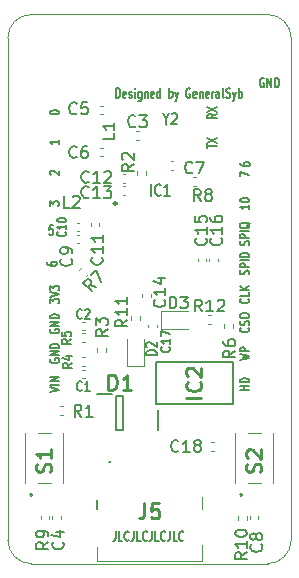
<source format=gbr>
%TF.GenerationSoftware,KiCad,Pcbnew,(6.0.9)*%
%TF.CreationDate,2023-03-12T14:29:19+01:00*%
%TF.ProjectId,ESP32-C3 Devboard,45535033-322d-4433-9320-446576626f61,rev?*%
%TF.SameCoordinates,Original*%
%TF.FileFunction,Legend,Top*%
%TF.FilePolarity,Positive*%
%FSLAX46Y46*%
G04 Gerber Fmt 4.6, Leading zero omitted, Abs format (unit mm)*
G04 Created by KiCad (PCBNEW (6.0.9)) date 2023-03-12 14:29:19*
%MOMM*%
%LPD*%
G01*
G04 APERTURE LIST*
%TA.AperFunction,Profile*%
%ADD10C,0.100000*%
%TD*%
%ADD11C,0.150000*%
%ADD12C,0.254000*%
%ADD13C,0.200000*%
%ADD14C,0.120000*%
%ADD15C,0.100000*%
%ADD16C,0.250000*%
G04 APERTURE END LIST*
D10*
X112460000Y-89500000D02*
G75*
G03*
X114460000Y-91500000I2000000J0D01*
G01*
X134460000Y-45000000D02*
X114460000Y-45000000D01*
X112460000Y-47000000D02*
X112460000Y-89500000D01*
X114460000Y-91500000D02*
X134460000Y-91500000D01*
X136460000Y-89500000D02*
X136460000Y-47000000D01*
X134460000Y-91500000D02*
G75*
G03*
X136460000Y-89500000I0J2000000D01*
G01*
X114460000Y-45000000D02*
G75*
G03*
X112460000Y-47000000I0J-2000000D01*
G01*
X136460000Y-47000000D02*
G75*
G03*
X134460000Y-45000000I-2000000J0D01*
G01*
D11*
X116821904Y-55628571D02*
X116821904Y-55971428D01*
X116821904Y-55800000D02*
X116021904Y-55800000D01*
X116136190Y-55857142D01*
X116212380Y-55914285D01*
X116250476Y-55971428D01*
X116021904Y-61200000D02*
X116021904Y-60828571D01*
X116326666Y-61028571D01*
X116326666Y-60942857D01*
X116364761Y-60885714D01*
X116402857Y-60857142D01*
X116479047Y-60828571D01*
X116669523Y-60828571D01*
X116745714Y-60857142D01*
X116783809Y-60885714D01*
X116821904Y-60942857D01*
X116821904Y-61114285D01*
X116783809Y-61171428D01*
X116745714Y-61200000D01*
X115821904Y-65985714D02*
X115821904Y-66100000D01*
X115860000Y-66157142D01*
X115898095Y-66185714D01*
X116012380Y-66242857D01*
X116164761Y-66271428D01*
X116469523Y-66271428D01*
X116545714Y-66242857D01*
X116583809Y-66214285D01*
X116621904Y-66157142D01*
X116621904Y-66042857D01*
X116583809Y-65985714D01*
X116545714Y-65957142D01*
X116469523Y-65928571D01*
X116279047Y-65928571D01*
X116202857Y-65957142D01*
X116164761Y-65985714D01*
X116126666Y-66042857D01*
X116126666Y-66157142D01*
X116164761Y-66214285D01*
X116202857Y-66242857D01*
X116279047Y-66271428D01*
X116060000Y-74157142D02*
X116021904Y-74214285D01*
X116021904Y-74300000D01*
X116060000Y-74385714D01*
X116136190Y-74442857D01*
X116212380Y-74471428D01*
X116364761Y-74500000D01*
X116479047Y-74500000D01*
X116631428Y-74471428D01*
X116707619Y-74442857D01*
X116783809Y-74385714D01*
X116821904Y-74300000D01*
X116821904Y-74242857D01*
X116783809Y-74157142D01*
X116745714Y-74128571D01*
X116479047Y-74128571D01*
X116479047Y-74242857D01*
X116821904Y-73871428D02*
X116021904Y-73871428D01*
X116821904Y-73528571D01*
X116021904Y-73528571D01*
X116821904Y-73242857D02*
X116021904Y-73242857D01*
X116021904Y-73100000D01*
X116060000Y-73014285D01*
X116136190Y-72957142D01*
X116212380Y-72928571D01*
X116364761Y-72900000D01*
X116479047Y-72900000D01*
X116631428Y-72928571D01*
X116707619Y-72957142D01*
X116783809Y-73014285D01*
X116821904Y-73100000D01*
X116821904Y-73242857D01*
X116021904Y-69442857D02*
X116021904Y-69071428D01*
X116326666Y-69271428D01*
X116326666Y-69185714D01*
X116364761Y-69128571D01*
X116402857Y-69100000D01*
X116479047Y-69071428D01*
X116669523Y-69071428D01*
X116745714Y-69100000D01*
X116783809Y-69128571D01*
X116821904Y-69185714D01*
X116821904Y-69357142D01*
X116783809Y-69414285D01*
X116745714Y-69442857D01*
X116021904Y-68900000D02*
X116821904Y-68700000D01*
X116021904Y-68500000D01*
X116021904Y-68357142D02*
X116021904Y-67985714D01*
X116326666Y-68185714D01*
X116326666Y-68100000D01*
X116364761Y-68042857D01*
X116402857Y-68014285D01*
X116479047Y-67985714D01*
X116669523Y-67985714D01*
X116745714Y-68014285D01*
X116783809Y-68042857D01*
X116821904Y-68100000D01*
X116821904Y-68271428D01*
X116783809Y-68328571D01*
X116745714Y-68357142D01*
X116060000Y-71657142D02*
X116021904Y-71714285D01*
X116021904Y-71800000D01*
X116060000Y-71885714D01*
X116136190Y-71942857D01*
X116212380Y-71971428D01*
X116364761Y-72000000D01*
X116479047Y-72000000D01*
X116631428Y-71971428D01*
X116707619Y-71942857D01*
X116783809Y-71885714D01*
X116821904Y-71800000D01*
X116821904Y-71742857D01*
X116783809Y-71657142D01*
X116745714Y-71628571D01*
X116479047Y-71628571D01*
X116479047Y-71742857D01*
X116821904Y-71371428D02*
X116021904Y-71371428D01*
X116821904Y-71028571D01*
X116021904Y-71028571D01*
X116821904Y-70742857D02*
X116021904Y-70742857D01*
X116021904Y-70600000D01*
X116060000Y-70514285D01*
X116136190Y-70457142D01*
X116212380Y-70428571D01*
X116364761Y-70400000D01*
X116479047Y-70400000D01*
X116631428Y-70428571D01*
X116707619Y-70457142D01*
X116783809Y-70514285D01*
X116821904Y-70600000D01*
X116821904Y-70742857D01*
X132883809Y-64528571D02*
X132921904Y-64442857D01*
X132921904Y-64300000D01*
X132883809Y-64242857D01*
X132845714Y-64214285D01*
X132769523Y-64185714D01*
X132693333Y-64185714D01*
X132617142Y-64214285D01*
X132579047Y-64242857D01*
X132540952Y-64300000D01*
X132502857Y-64414285D01*
X132464761Y-64471428D01*
X132426666Y-64500000D01*
X132350476Y-64528571D01*
X132274285Y-64528571D01*
X132198095Y-64500000D01*
X132160000Y-64471428D01*
X132121904Y-64414285D01*
X132121904Y-64271428D01*
X132160000Y-64185714D01*
X132921904Y-63928571D02*
X132121904Y-63928571D01*
X132121904Y-63700000D01*
X132160000Y-63642857D01*
X132198095Y-63614285D01*
X132274285Y-63585714D01*
X132388571Y-63585714D01*
X132464761Y-63614285D01*
X132502857Y-63642857D01*
X132540952Y-63700000D01*
X132540952Y-63928571D01*
X132921904Y-63328571D02*
X132121904Y-63328571D01*
X132998095Y-62642857D02*
X132960000Y-62700000D01*
X132883809Y-62757142D01*
X132769523Y-62842857D01*
X132731428Y-62900000D01*
X132731428Y-62957142D01*
X132921904Y-62928571D02*
X132883809Y-62985714D01*
X132807619Y-63042857D01*
X132655238Y-63071428D01*
X132388571Y-63071428D01*
X132236190Y-63042857D01*
X132160000Y-62985714D01*
X132121904Y-62928571D01*
X132121904Y-62814285D01*
X132160000Y-62757142D01*
X132236190Y-62700000D01*
X132388571Y-62671428D01*
X132655238Y-62671428D01*
X132807619Y-62700000D01*
X132883809Y-62757142D01*
X132921904Y-62814285D01*
X132921904Y-62928571D01*
X116021904Y-76957142D02*
X116821904Y-76757142D01*
X116021904Y-76557142D01*
X116821904Y-76357142D02*
X116021904Y-76357142D01*
X116821904Y-76071428D02*
X116021904Y-76071428D01*
X116821904Y-75728571D01*
X116021904Y-75728571D01*
X132149904Y-57543714D02*
X132149904Y-57658000D01*
X132188000Y-57715142D01*
X132226095Y-57743714D01*
X132340380Y-57800857D01*
X132492761Y-57829428D01*
X132797523Y-57829428D01*
X132873714Y-57800857D01*
X132911809Y-57772285D01*
X132949904Y-57715142D01*
X132949904Y-57600857D01*
X132911809Y-57543714D01*
X132873714Y-57515142D01*
X132797523Y-57486571D01*
X132607047Y-57486571D01*
X132530857Y-57515142D01*
X132492761Y-57543714D01*
X132454666Y-57600857D01*
X132454666Y-57715142D01*
X132492761Y-57772285D01*
X132530857Y-57800857D01*
X132607047Y-57829428D01*
X132883809Y-67014285D02*
X132921904Y-66928571D01*
X132921904Y-66785714D01*
X132883809Y-66728571D01*
X132845714Y-66700000D01*
X132769523Y-66671428D01*
X132693333Y-66671428D01*
X132617142Y-66700000D01*
X132579047Y-66728571D01*
X132540952Y-66785714D01*
X132502857Y-66900000D01*
X132464761Y-66957142D01*
X132426666Y-66985714D01*
X132350476Y-67014285D01*
X132274285Y-67014285D01*
X132198095Y-66985714D01*
X132160000Y-66957142D01*
X132121904Y-66900000D01*
X132121904Y-66757142D01*
X132160000Y-66671428D01*
X132921904Y-66414285D02*
X132121904Y-66414285D01*
X132121904Y-66185714D01*
X132160000Y-66128571D01*
X132198095Y-66100000D01*
X132274285Y-66071428D01*
X132388571Y-66071428D01*
X132464761Y-66100000D01*
X132502857Y-66128571D01*
X132540952Y-66185714D01*
X132540952Y-66414285D01*
X132921904Y-65814285D02*
X132121904Y-65814285D01*
X132921904Y-65528571D02*
X132121904Y-65528571D01*
X132121904Y-65385714D01*
X132160000Y-65300000D01*
X132236190Y-65242857D01*
X132312380Y-65214285D01*
X132464761Y-65185714D01*
X132579047Y-65185714D01*
X132731428Y-65214285D01*
X132807619Y-65242857D01*
X132883809Y-65300000D01*
X132921904Y-65385714D01*
X132921904Y-65528571D01*
X121588571Y-88761904D02*
X121588571Y-89333333D01*
X121560000Y-89447619D01*
X121502857Y-89523809D01*
X121417142Y-89561904D01*
X121360000Y-89561904D01*
X122160000Y-89561904D02*
X121874285Y-89561904D01*
X121874285Y-88761904D01*
X122702857Y-89485714D02*
X122674285Y-89523809D01*
X122588571Y-89561904D01*
X122531428Y-89561904D01*
X122445714Y-89523809D01*
X122388571Y-89447619D01*
X122360000Y-89371428D01*
X122331428Y-89219047D01*
X122331428Y-89104761D01*
X122360000Y-88952380D01*
X122388571Y-88876190D01*
X122445714Y-88800000D01*
X122531428Y-88761904D01*
X122588571Y-88761904D01*
X122674285Y-88800000D01*
X122702857Y-88838095D01*
X123131428Y-88761904D02*
X123131428Y-89333333D01*
X123102857Y-89447619D01*
X123045714Y-89523809D01*
X122960000Y-89561904D01*
X122902857Y-89561904D01*
X123702857Y-89561904D02*
X123417142Y-89561904D01*
X123417142Y-88761904D01*
X124245714Y-89485714D02*
X124217142Y-89523809D01*
X124131428Y-89561904D01*
X124074285Y-89561904D01*
X123988571Y-89523809D01*
X123931428Y-89447619D01*
X123902857Y-89371428D01*
X123874285Y-89219047D01*
X123874285Y-89104761D01*
X123902857Y-88952380D01*
X123931428Y-88876190D01*
X123988571Y-88800000D01*
X124074285Y-88761904D01*
X124131428Y-88761904D01*
X124217142Y-88800000D01*
X124245714Y-88838095D01*
X124674285Y-88761904D02*
X124674285Y-89333333D01*
X124645714Y-89447619D01*
X124588571Y-89523809D01*
X124502857Y-89561904D01*
X124445714Y-89561904D01*
X125245714Y-89561904D02*
X124960000Y-89561904D01*
X124960000Y-88761904D01*
X125788571Y-89485714D02*
X125760000Y-89523809D01*
X125674285Y-89561904D01*
X125617142Y-89561904D01*
X125531428Y-89523809D01*
X125474285Y-89447619D01*
X125445714Y-89371428D01*
X125417142Y-89219047D01*
X125417142Y-89104761D01*
X125445714Y-88952380D01*
X125474285Y-88876190D01*
X125531428Y-88800000D01*
X125617142Y-88761904D01*
X125674285Y-88761904D01*
X125760000Y-88800000D01*
X125788571Y-88838095D01*
X126217142Y-88761904D02*
X126217142Y-89333333D01*
X126188571Y-89447619D01*
X126131428Y-89523809D01*
X126045714Y-89561904D01*
X125988571Y-89561904D01*
X126788571Y-89561904D02*
X126502857Y-89561904D01*
X126502857Y-88761904D01*
X127331428Y-89485714D02*
X127302857Y-89523809D01*
X127217142Y-89561904D01*
X127160000Y-89561904D01*
X127074285Y-89523809D01*
X127017142Y-89447619D01*
X126988571Y-89371428D01*
X126960000Y-89219047D01*
X126960000Y-89104761D01*
X126988571Y-88952380D01*
X127017142Y-88876190D01*
X127074285Y-88800000D01*
X127160000Y-88761904D01*
X127217142Y-88761904D01*
X127302857Y-88800000D01*
X127331428Y-88838095D01*
X132121904Y-74257142D02*
X132921904Y-74114285D01*
X132350476Y-74000000D01*
X132921904Y-73885714D01*
X132121904Y-73742857D01*
X132921904Y-73514285D02*
X132121904Y-73514285D01*
X132121904Y-73285714D01*
X132160000Y-73228571D01*
X132198095Y-73200000D01*
X132274285Y-73171428D01*
X132388571Y-73171428D01*
X132464761Y-73200000D01*
X132502857Y-73228571D01*
X132540952Y-73285714D01*
X132540952Y-73514285D01*
X116302857Y-62861904D02*
X116017142Y-62861904D01*
X115988571Y-63242857D01*
X116017142Y-63204761D01*
X116074285Y-63166666D01*
X116217142Y-63166666D01*
X116274285Y-63204761D01*
X116302857Y-63242857D01*
X116331428Y-63319047D01*
X116331428Y-63509523D01*
X116302857Y-63585714D01*
X116274285Y-63623809D01*
X116217142Y-63661904D01*
X116074285Y-63661904D01*
X116017142Y-63623809D01*
X115988571Y-63585714D01*
X132121904Y-58700000D02*
X132121904Y-58300000D01*
X132921904Y-58557142D01*
X121645714Y-52061904D02*
X121645714Y-51261904D01*
X121788571Y-51261904D01*
X121874285Y-51300000D01*
X121931428Y-51376190D01*
X121959999Y-51452380D01*
X121988571Y-51604761D01*
X121988571Y-51719047D01*
X121959999Y-51871428D01*
X121931428Y-51947619D01*
X121874285Y-52023809D01*
X121788571Y-52061904D01*
X121645714Y-52061904D01*
X122474285Y-52023809D02*
X122417142Y-52061904D01*
X122302857Y-52061904D01*
X122245714Y-52023809D01*
X122217142Y-51947619D01*
X122217142Y-51642857D01*
X122245714Y-51566666D01*
X122302857Y-51528571D01*
X122417142Y-51528571D01*
X122474285Y-51566666D01*
X122502857Y-51642857D01*
X122502857Y-51719047D01*
X122217142Y-51795238D01*
X122731428Y-52023809D02*
X122788571Y-52061904D01*
X122902857Y-52061904D01*
X122959999Y-52023809D01*
X122988571Y-51947619D01*
X122988571Y-51909523D01*
X122959999Y-51833333D01*
X122902857Y-51795238D01*
X122817142Y-51795238D01*
X122759999Y-51757142D01*
X122731428Y-51680952D01*
X122731428Y-51642857D01*
X122759999Y-51566666D01*
X122817142Y-51528571D01*
X122902857Y-51528571D01*
X122959999Y-51566666D01*
X123245714Y-52061904D02*
X123245714Y-51528571D01*
X123245714Y-51261904D02*
X123217142Y-51300000D01*
X123245714Y-51338095D01*
X123274285Y-51300000D01*
X123245714Y-51261904D01*
X123245714Y-51338095D01*
X123788571Y-51528571D02*
X123788571Y-52176190D01*
X123759999Y-52252380D01*
X123731428Y-52290476D01*
X123674285Y-52328571D01*
X123588571Y-52328571D01*
X123531428Y-52290476D01*
X123788571Y-52023809D02*
X123731428Y-52061904D01*
X123617142Y-52061904D01*
X123559999Y-52023809D01*
X123531428Y-51985714D01*
X123502857Y-51909523D01*
X123502857Y-51680952D01*
X123531428Y-51604761D01*
X123559999Y-51566666D01*
X123617142Y-51528571D01*
X123731428Y-51528571D01*
X123788571Y-51566666D01*
X124074285Y-51528571D02*
X124074285Y-52061904D01*
X124074285Y-51604761D02*
X124102857Y-51566666D01*
X124159999Y-51528571D01*
X124245714Y-51528571D01*
X124302857Y-51566666D01*
X124331428Y-51642857D01*
X124331428Y-52061904D01*
X124845714Y-52023809D02*
X124788571Y-52061904D01*
X124674285Y-52061904D01*
X124617142Y-52023809D01*
X124588571Y-51947619D01*
X124588571Y-51642857D01*
X124617142Y-51566666D01*
X124674285Y-51528571D01*
X124788571Y-51528571D01*
X124845714Y-51566666D01*
X124874285Y-51642857D01*
X124874285Y-51719047D01*
X124588571Y-51795238D01*
X125388571Y-52061904D02*
X125388571Y-51261904D01*
X125388571Y-52023809D02*
X125331428Y-52061904D01*
X125217142Y-52061904D01*
X125159999Y-52023809D01*
X125131428Y-51985714D01*
X125102857Y-51909523D01*
X125102857Y-51680952D01*
X125131428Y-51604761D01*
X125159999Y-51566666D01*
X125217142Y-51528571D01*
X125331428Y-51528571D01*
X125388571Y-51566666D01*
X126131428Y-52061904D02*
X126131428Y-51261904D01*
X126131428Y-51566666D02*
X126188571Y-51528571D01*
X126302857Y-51528571D01*
X126359999Y-51566666D01*
X126388571Y-51604761D01*
X126417142Y-51680952D01*
X126417142Y-51909523D01*
X126388571Y-51985714D01*
X126359999Y-52023809D01*
X126302857Y-52061904D01*
X126188571Y-52061904D01*
X126131428Y-52023809D01*
X126617142Y-51528571D02*
X126759999Y-52061904D01*
X126902857Y-51528571D02*
X126759999Y-52061904D01*
X126702857Y-52252380D01*
X126674285Y-52290476D01*
X126617142Y-52328571D01*
X127902857Y-51300000D02*
X127845714Y-51261904D01*
X127759999Y-51261904D01*
X127674285Y-51300000D01*
X127617142Y-51376190D01*
X127588571Y-51452380D01*
X127559999Y-51604761D01*
X127559999Y-51719047D01*
X127588571Y-51871428D01*
X127617142Y-51947619D01*
X127674285Y-52023809D01*
X127759999Y-52061904D01*
X127817142Y-52061904D01*
X127902857Y-52023809D01*
X127931428Y-51985714D01*
X127931428Y-51719047D01*
X127817142Y-51719047D01*
X128417142Y-52023809D02*
X128359999Y-52061904D01*
X128245714Y-52061904D01*
X128188571Y-52023809D01*
X128159999Y-51947619D01*
X128159999Y-51642857D01*
X128188571Y-51566666D01*
X128245714Y-51528571D01*
X128359999Y-51528571D01*
X128417142Y-51566666D01*
X128445714Y-51642857D01*
X128445714Y-51719047D01*
X128159999Y-51795238D01*
X128702857Y-51528571D02*
X128702857Y-52061904D01*
X128702857Y-51604761D02*
X128731428Y-51566666D01*
X128788571Y-51528571D01*
X128874285Y-51528571D01*
X128931428Y-51566666D01*
X128959999Y-51642857D01*
X128959999Y-52061904D01*
X129474285Y-52023809D02*
X129417142Y-52061904D01*
X129302857Y-52061904D01*
X129245714Y-52023809D01*
X129217142Y-51947619D01*
X129217142Y-51642857D01*
X129245714Y-51566666D01*
X129302857Y-51528571D01*
X129417142Y-51528571D01*
X129474285Y-51566666D01*
X129502857Y-51642857D01*
X129502857Y-51719047D01*
X129217142Y-51795238D01*
X129759999Y-52061904D02*
X129759999Y-51528571D01*
X129759999Y-51680952D02*
X129788571Y-51604761D01*
X129817142Y-51566666D01*
X129874285Y-51528571D01*
X129931428Y-51528571D01*
X130388571Y-52061904D02*
X130388571Y-51642857D01*
X130359999Y-51566666D01*
X130302857Y-51528571D01*
X130188571Y-51528571D01*
X130131428Y-51566666D01*
X130388571Y-52023809D02*
X130331428Y-52061904D01*
X130188571Y-52061904D01*
X130131428Y-52023809D01*
X130102857Y-51947619D01*
X130102857Y-51871428D01*
X130131428Y-51795238D01*
X130188571Y-51757142D01*
X130331428Y-51757142D01*
X130388571Y-51719047D01*
X130760000Y-52061904D02*
X130702857Y-52023809D01*
X130674285Y-51947619D01*
X130674285Y-51261904D01*
X130960000Y-52023809D02*
X131045714Y-52061904D01*
X131188571Y-52061904D01*
X131245714Y-52023809D01*
X131274285Y-51985714D01*
X131302857Y-51909523D01*
X131302857Y-51833333D01*
X131274285Y-51757142D01*
X131245714Y-51719047D01*
X131188571Y-51680952D01*
X131074285Y-51642857D01*
X131017142Y-51604761D01*
X130988571Y-51566666D01*
X130960000Y-51490476D01*
X130960000Y-51414285D01*
X130988571Y-51338095D01*
X131017142Y-51300000D01*
X131074285Y-51261904D01*
X131217142Y-51261904D01*
X131302857Y-51300000D01*
X131502857Y-51528571D02*
X131645714Y-52061904D01*
X131788571Y-51528571D02*
X131645714Y-52061904D01*
X131588571Y-52252380D01*
X131560000Y-52290476D01*
X131502857Y-52328571D01*
X132017142Y-52061904D02*
X132017142Y-51261904D01*
X132017142Y-51566666D02*
X132074285Y-51528571D01*
X132188571Y-51528571D01*
X132245714Y-51566666D01*
X132274285Y-51604761D01*
X132302857Y-51680952D01*
X132302857Y-51909523D01*
X132274285Y-51985714D01*
X132245714Y-52023809D01*
X132188571Y-52061904D01*
X132074285Y-52061904D01*
X132017142Y-52023809D01*
X132845714Y-69057142D02*
X132883809Y-69085714D01*
X132921904Y-69171428D01*
X132921904Y-69228571D01*
X132883809Y-69314285D01*
X132807619Y-69371428D01*
X132731428Y-69400000D01*
X132579047Y-69428571D01*
X132464761Y-69428571D01*
X132312380Y-69400000D01*
X132236190Y-69371428D01*
X132160000Y-69314285D01*
X132121904Y-69228571D01*
X132121904Y-69171428D01*
X132160000Y-69085714D01*
X132198095Y-69057142D01*
X132921904Y-68514285D02*
X132921904Y-68800000D01*
X132121904Y-68800000D01*
X132921904Y-68314285D02*
X132121904Y-68314285D01*
X132921904Y-67971428D02*
X132464761Y-68228571D01*
X132121904Y-67971428D02*
X132579047Y-68314285D01*
X134162857Y-50400000D02*
X134105714Y-50361904D01*
X134020000Y-50361904D01*
X133934285Y-50400000D01*
X133877142Y-50476190D01*
X133848571Y-50552380D01*
X133820000Y-50704761D01*
X133820000Y-50819047D01*
X133848571Y-50971428D01*
X133877142Y-51047619D01*
X133934285Y-51123809D01*
X134020000Y-51161904D01*
X134077142Y-51161904D01*
X134162857Y-51123809D01*
X134191428Y-51085714D01*
X134191428Y-50819047D01*
X134077142Y-50819047D01*
X134448571Y-51161904D02*
X134448571Y-50361904D01*
X134791428Y-51161904D01*
X134791428Y-50361904D01*
X135077142Y-51161904D02*
X135077142Y-50361904D01*
X135220000Y-50361904D01*
X135305714Y-50400000D01*
X135362857Y-50476190D01*
X135391428Y-50552380D01*
X135420000Y-50704761D01*
X135420000Y-50819047D01*
X135391428Y-50971428D01*
X135362857Y-51047619D01*
X135305714Y-51123809D01*
X135220000Y-51161904D01*
X135077142Y-51161904D01*
X129355904Y-56337142D02*
X129355904Y-55994285D01*
X130155904Y-56165714D02*
X129355904Y-56165714D01*
X129355904Y-55851428D02*
X130155904Y-55451428D01*
X129355904Y-55451428D02*
X130155904Y-55851428D01*
X116098095Y-58571428D02*
X116060000Y-58542857D01*
X116021904Y-58485714D01*
X116021904Y-58342857D01*
X116060000Y-58285714D01*
X116098095Y-58257142D01*
X116174285Y-58228571D01*
X116250476Y-58228571D01*
X116364761Y-58257142D01*
X116821904Y-58600000D01*
X116821904Y-58228571D01*
X132921904Y-61114285D02*
X132921904Y-61457142D01*
X132921904Y-61285714D02*
X132121904Y-61285714D01*
X132236190Y-61342857D01*
X132312380Y-61400000D01*
X132350476Y-61457142D01*
X132121904Y-60742857D02*
X132121904Y-60685714D01*
X132160000Y-60628571D01*
X132198095Y-60600000D01*
X132274285Y-60571428D01*
X132426666Y-60542857D01*
X132617142Y-60542857D01*
X132769523Y-60571428D01*
X132845714Y-60600000D01*
X132883809Y-60628571D01*
X132921904Y-60685714D01*
X132921904Y-60742857D01*
X132883809Y-60800000D01*
X132845714Y-60828571D01*
X132769523Y-60857142D01*
X132617142Y-60885714D01*
X132426666Y-60885714D01*
X132274285Y-60857142D01*
X132198095Y-60828571D01*
X132160000Y-60800000D01*
X132121904Y-60742857D01*
X132921904Y-76771428D02*
X132121904Y-76771428D01*
X132502857Y-76771428D02*
X132502857Y-76428571D01*
X132921904Y-76428571D02*
X132121904Y-76428571D01*
X132921904Y-76142857D02*
X132121904Y-76142857D01*
X132121904Y-76000000D01*
X132160000Y-75914285D01*
X132236190Y-75857142D01*
X132312380Y-75828571D01*
X132464761Y-75800000D01*
X132579047Y-75800000D01*
X132731428Y-75828571D01*
X132807619Y-75857142D01*
X132883809Y-75914285D01*
X132921904Y-76000000D01*
X132921904Y-76142857D01*
X132845714Y-71514285D02*
X132883809Y-71542857D01*
X132921904Y-71628571D01*
X132921904Y-71685714D01*
X132883809Y-71771428D01*
X132807619Y-71828571D01*
X132731428Y-71857142D01*
X132579047Y-71885714D01*
X132464761Y-71885714D01*
X132312380Y-71857142D01*
X132236190Y-71828571D01*
X132160000Y-71771428D01*
X132121904Y-71685714D01*
X132121904Y-71628571D01*
X132160000Y-71542857D01*
X132198095Y-71514285D01*
X132883809Y-71285714D02*
X132921904Y-71200000D01*
X132921904Y-71057142D01*
X132883809Y-71000000D01*
X132845714Y-70971428D01*
X132769523Y-70942857D01*
X132693333Y-70942857D01*
X132617142Y-70971428D01*
X132579047Y-71000000D01*
X132540952Y-71057142D01*
X132502857Y-71171428D01*
X132464761Y-71228571D01*
X132426666Y-71257142D01*
X132350476Y-71285714D01*
X132274285Y-71285714D01*
X132198095Y-71257142D01*
X132160000Y-71228571D01*
X132121904Y-71171428D01*
X132121904Y-71028571D01*
X132160000Y-70942857D01*
X132121904Y-70571428D02*
X132121904Y-70457142D01*
X132160000Y-70400000D01*
X132236190Y-70342857D01*
X132388571Y-70314285D01*
X132655238Y-70314285D01*
X132807619Y-70342857D01*
X132883809Y-70400000D01*
X132921904Y-70457142D01*
X132921904Y-70571428D01*
X132883809Y-70628571D01*
X132807619Y-70685714D01*
X132655238Y-70714285D01*
X132388571Y-70714285D01*
X132236190Y-70685714D01*
X132160000Y-70628571D01*
X132121904Y-70571428D01*
X130155904Y-53440000D02*
X129774952Y-53640000D01*
X130155904Y-53782857D02*
X129355904Y-53782857D01*
X129355904Y-53554285D01*
X129394000Y-53497142D01*
X129432095Y-53468571D01*
X129508285Y-53440000D01*
X129622571Y-53440000D01*
X129698761Y-53468571D01*
X129736857Y-53497142D01*
X129774952Y-53554285D01*
X129774952Y-53782857D01*
X129355904Y-53240000D02*
X130155904Y-52840000D01*
X129355904Y-52840000D02*
X130155904Y-53240000D01*
X116021904Y-53328571D02*
X116021904Y-53271428D01*
X116060000Y-53214285D01*
X116098095Y-53185714D01*
X116174285Y-53157142D01*
X116326666Y-53128571D01*
X116517142Y-53128571D01*
X116669523Y-53157142D01*
X116745714Y-53185714D01*
X116783809Y-53214285D01*
X116821904Y-53271428D01*
X116821904Y-53328571D01*
X116783809Y-53385714D01*
X116745714Y-53414285D01*
X116669523Y-53442857D01*
X116517142Y-53471428D01*
X116326666Y-53471428D01*
X116174285Y-53442857D01*
X116098095Y-53414285D01*
X116060000Y-53385714D01*
X116021904Y-53328571D01*
%TO.C,R4*%
X117921904Y-74516666D02*
X117540952Y-74750000D01*
X117921904Y-74916666D02*
X117121904Y-74916666D01*
X117121904Y-74650000D01*
X117160000Y-74583333D01*
X117198095Y-74550000D01*
X117274285Y-74516666D01*
X117388571Y-74516666D01*
X117464761Y-74550000D01*
X117502857Y-74583333D01*
X117540952Y-74650000D01*
X117540952Y-74916666D01*
X117388571Y-73916666D02*
X117921904Y-73916666D01*
X117083809Y-74083333D02*
X117655238Y-74250000D01*
X117655238Y-73816666D01*
%TO.C,R7*%
X119962030Y-68037732D02*
X119389610Y-67936717D01*
X119557969Y-68441793D02*
X118850862Y-67734687D01*
X119120236Y-67465312D01*
X119221251Y-67431641D01*
X119288595Y-67431641D01*
X119389610Y-67465312D01*
X119490625Y-67566328D01*
X119524297Y-67667343D01*
X119524297Y-67734687D01*
X119490625Y-67835702D01*
X119221251Y-68105076D01*
X119490625Y-67094923D02*
X119962030Y-66623519D01*
X120366091Y-67633671D01*
%TO.C,L2*%
X117693333Y-61352380D02*
X117217142Y-61352380D01*
X117217142Y-60352380D01*
X117979047Y-60447619D02*
X118026666Y-60400000D01*
X118121904Y-60352380D01*
X118360000Y-60352380D01*
X118455238Y-60400000D01*
X118502857Y-60447619D01*
X118550476Y-60542857D01*
X118550476Y-60638095D01*
X118502857Y-60780952D01*
X117931428Y-61352380D01*
X118550476Y-61352380D01*
%TO.C,D2*%
X125067142Y-73816666D02*
X124167142Y-73816666D01*
X124167142Y-73650000D01*
X124210000Y-73550000D01*
X124295714Y-73483333D01*
X124381428Y-73450000D01*
X124552857Y-73416666D01*
X124681428Y-73416666D01*
X124852857Y-73450000D01*
X124938571Y-73483333D01*
X125024285Y-73550000D01*
X125067142Y-73650000D01*
X125067142Y-73816666D01*
X124252857Y-73150000D02*
X124210000Y-73116666D01*
X124167142Y-73050000D01*
X124167142Y-72883333D01*
X124210000Y-72816666D01*
X124252857Y-72783333D01*
X124338571Y-72750000D01*
X124424285Y-72750000D01*
X124552857Y-72783333D01*
X125067142Y-73183333D01*
X125067142Y-72750000D01*
%TO.C,C14*%
X125717142Y-69142857D02*
X125764761Y-69190476D01*
X125812380Y-69333333D01*
X125812380Y-69428571D01*
X125764761Y-69571428D01*
X125669523Y-69666666D01*
X125574285Y-69714285D01*
X125383809Y-69761904D01*
X125240952Y-69761904D01*
X125050476Y-69714285D01*
X124955238Y-69666666D01*
X124860000Y-69571428D01*
X124812380Y-69428571D01*
X124812380Y-69333333D01*
X124860000Y-69190476D01*
X124907619Y-69142857D01*
X125812380Y-68190476D02*
X125812380Y-68761904D01*
X125812380Y-68476190D02*
X124812380Y-68476190D01*
X124955238Y-68571428D01*
X125050476Y-68666666D01*
X125098095Y-68761904D01*
X125145714Y-67333333D02*
X125812380Y-67333333D01*
X124764761Y-67571428D02*
X125479047Y-67809523D01*
X125479047Y-67190476D01*
%TO.C,C2*%
X118743333Y-70685714D02*
X118710000Y-70723809D01*
X118610000Y-70761904D01*
X118543333Y-70761904D01*
X118443333Y-70723809D01*
X118376666Y-70647619D01*
X118343333Y-70571428D01*
X118310000Y-70419047D01*
X118310000Y-70304761D01*
X118343333Y-70152380D01*
X118376666Y-70076190D01*
X118443333Y-70000000D01*
X118543333Y-69961904D01*
X118610000Y-69961904D01*
X118710000Y-70000000D01*
X118743333Y-70038095D01*
X119010000Y-70038095D02*
X119043333Y-70000000D01*
X119110000Y-69961904D01*
X119276666Y-69961904D01*
X119343333Y-70000000D01*
X119376666Y-70038095D01*
X119410000Y-70114285D01*
X119410000Y-70190476D01*
X119376666Y-70304761D01*
X118976666Y-70761904D01*
X119410000Y-70761904D01*
%TO.C,R2*%
X123112380Y-57666666D02*
X122636190Y-58000000D01*
X123112380Y-58238095D02*
X122112380Y-58238095D01*
X122112380Y-57857142D01*
X122160000Y-57761904D01*
X122207619Y-57714285D01*
X122302857Y-57666666D01*
X122445714Y-57666666D01*
X122540952Y-57714285D01*
X122588571Y-57761904D01*
X122636190Y-57857142D01*
X122636190Y-58238095D01*
X122207619Y-57285714D02*
X122160000Y-57238095D01*
X122112380Y-57142857D01*
X122112380Y-56904761D01*
X122160000Y-56809523D01*
X122207619Y-56761904D01*
X122302857Y-56714285D01*
X122398095Y-56714285D01*
X122540952Y-56761904D01*
X123112380Y-57333333D01*
X123112380Y-56714285D01*
%TO.C,R10*%
X132712380Y-90542857D02*
X132236190Y-90876190D01*
X132712380Y-91114285D02*
X131712380Y-91114285D01*
X131712380Y-90733333D01*
X131760000Y-90638095D01*
X131807619Y-90590476D01*
X131902857Y-90542857D01*
X132045714Y-90542857D01*
X132140952Y-90590476D01*
X132188571Y-90638095D01*
X132236190Y-90733333D01*
X132236190Y-91114285D01*
X132712380Y-89590476D02*
X132712380Y-90161904D01*
X132712380Y-89876190D02*
X131712380Y-89876190D01*
X131855238Y-89971428D01*
X131950476Y-90066666D01*
X131998095Y-90161904D01*
X131712380Y-88971428D02*
X131712380Y-88876190D01*
X131760000Y-88780952D01*
X131807619Y-88733333D01*
X131902857Y-88685714D01*
X132093333Y-88638095D01*
X132331428Y-88638095D01*
X132521904Y-88685714D01*
X132617142Y-88733333D01*
X132664761Y-88780952D01*
X132712380Y-88876190D01*
X132712380Y-88971428D01*
X132664761Y-89066666D01*
X132617142Y-89114285D01*
X132521904Y-89161904D01*
X132331428Y-89209523D01*
X132093333Y-89209523D01*
X131902857Y-89161904D01*
X131807619Y-89114285D01*
X131760000Y-89066666D01*
X131712380Y-88971428D01*
%TO.C,R5*%
X117821904Y-72516666D02*
X117440952Y-72750000D01*
X117821904Y-72916666D02*
X117021904Y-72916666D01*
X117021904Y-72650000D01*
X117060000Y-72583333D01*
X117098095Y-72550000D01*
X117174285Y-72516666D01*
X117288571Y-72516666D01*
X117364761Y-72550000D01*
X117402857Y-72583333D01*
X117440952Y-72650000D01*
X117440952Y-72916666D01*
X117021904Y-71883333D02*
X117021904Y-72216666D01*
X117402857Y-72250000D01*
X117364761Y-72216666D01*
X117326666Y-72150000D01*
X117326666Y-71983333D01*
X117364761Y-71916666D01*
X117402857Y-71883333D01*
X117479047Y-71850000D01*
X117669523Y-71850000D01*
X117745714Y-71883333D01*
X117783809Y-71916666D01*
X117821904Y-71983333D01*
X117821904Y-72150000D01*
X117783809Y-72216666D01*
X117745714Y-72250000D01*
%TO.C,R6*%
X131712380Y-73466666D02*
X131236190Y-73800000D01*
X131712380Y-74038095D02*
X130712380Y-74038095D01*
X130712380Y-73657142D01*
X130760000Y-73561904D01*
X130807619Y-73514285D01*
X130902857Y-73466666D01*
X131045714Y-73466666D01*
X131140952Y-73514285D01*
X131188571Y-73561904D01*
X131236190Y-73657142D01*
X131236190Y-74038095D01*
X130712380Y-72609523D02*
X130712380Y-72800000D01*
X130760000Y-72895238D01*
X130807619Y-72942857D01*
X130950476Y-73038095D01*
X131140952Y-73085714D01*
X131521904Y-73085714D01*
X131617142Y-73038095D01*
X131664761Y-72990476D01*
X131712380Y-72895238D01*
X131712380Y-72704761D01*
X131664761Y-72609523D01*
X131617142Y-72561904D01*
X131521904Y-72514285D01*
X131283809Y-72514285D01*
X131188571Y-72561904D01*
X131140952Y-72609523D01*
X131093333Y-72704761D01*
X131093333Y-72895238D01*
X131140952Y-72990476D01*
X131188571Y-73038095D01*
X131283809Y-73085714D01*
%TO.C,L1*%
X121487380Y-55030666D02*
X121487380Y-55506857D01*
X120487380Y-55506857D01*
X121487380Y-54173523D02*
X121487380Y-54744952D01*
X121487380Y-54459238D02*
X120487380Y-54459238D01*
X120630238Y-54554476D01*
X120725476Y-54649714D01*
X120773095Y-54744952D01*
D12*
%TO.C,S2*%
X133859047Y-83752619D02*
X133919523Y-83571190D01*
X133919523Y-83268809D01*
X133859047Y-83147857D01*
X133798571Y-83087380D01*
X133677619Y-83026904D01*
X133556666Y-83026904D01*
X133435714Y-83087380D01*
X133375238Y-83147857D01*
X133314761Y-83268809D01*
X133254285Y-83510714D01*
X133193809Y-83631666D01*
X133133333Y-83692142D01*
X133012380Y-83752619D01*
X132891428Y-83752619D01*
X132770476Y-83692142D01*
X132710000Y-83631666D01*
X132649523Y-83510714D01*
X132649523Y-83208333D01*
X132710000Y-83026904D01*
X132770476Y-82543095D02*
X132710000Y-82482619D01*
X132649523Y-82361666D01*
X132649523Y-82059285D01*
X132710000Y-81938333D01*
X132770476Y-81877857D01*
X132891428Y-81817380D01*
X133012380Y-81817380D01*
X133193809Y-81877857D01*
X133919523Y-82603571D01*
X133919523Y-81817380D01*
D11*
%TO.C,R11*%
X122582380Y-70842857D02*
X122106190Y-71176190D01*
X122582380Y-71414285D02*
X121582380Y-71414285D01*
X121582380Y-71033333D01*
X121630000Y-70938095D01*
X121677619Y-70890476D01*
X121772857Y-70842857D01*
X121915714Y-70842857D01*
X122010952Y-70890476D01*
X122058571Y-70938095D01*
X122106190Y-71033333D01*
X122106190Y-71414285D01*
X122582380Y-69890476D02*
X122582380Y-70461904D01*
X122582380Y-70176190D02*
X121582380Y-70176190D01*
X121725238Y-70271428D01*
X121820476Y-70366666D01*
X121868095Y-70461904D01*
X122582380Y-68938095D02*
X122582380Y-69509523D01*
X122582380Y-69223809D02*
X121582380Y-69223809D01*
X121725238Y-69319047D01*
X121820476Y-69414285D01*
X121868095Y-69509523D01*
D12*
%TO.C,J5*%
X124036666Y-86398523D02*
X124036666Y-87305666D01*
X123976190Y-87487095D01*
X123855238Y-87608047D01*
X123673809Y-87668523D01*
X123552857Y-87668523D01*
X125246190Y-86398523D02*
X124641428Y-86398523D01*
X124580952Y-87003285D01*
X124641428Y-86942809D01*
X124762380Y-86882333D01*
X125064761Y-86882333D01*
X125185714Y-86942809D01*
X125246190Y-87003285D01*
X125306666Y-87124238D01*
X125306666Y-87426619D01*
X125246190Y-87547571D01*
X125185714Y-87608047D01*
X125064761Y-87668523D01*
X124762380Y-87668523D01*
X124641428Y-87608047D01*
X124580952Y-87547571D01*
D11*
%TO.C,C15*%
X129217142Y-63942857D02*
X129264761Y-63990476D01*
X129312380Y-64133333D01*
X129312380Y-64228571D01*
X129264761Y-64371428D01*
X129169523Y-64466666D01*
X129074285Y-64514285D01*
X128883809Y-64561904D01*
X128740952Y-64561904D01*
X128550476Y-64514285D01*
X128455238Y-64466666D01*
X128360000Y-64371428D01*
X128312380Y-64228571D01*
X128312380Y-64133333D01*
X128360000Y-63990476D01*
X128407619Y-63942857D01*
X129312380Y-62990476D02*
X129312380Y-63561904D01*
X129312380Y-63276190D02*
X128312380Y-63276190D01*
X128455238Y-63371428D01*
X128550476Y-63466666D01*
X128598095Y-63561904D01*
X128312380Y-62085714D02*
X128312380Y-62561904D01*
X128788571Y-62609523D01*
X128740952Y-62561904D01*
X128693333Y-62466666D01*
X128693333Y-62228571D01*
X128740952Y-62133333D01*
X128788571Y-62085714D01*
X128883809Y-62038095D01*
X129121904Y-62038095D01*
X129217142Y-62085714D01*
X129264761Y-62133333D01*
X129312380Y-62228571D01*
X129312380Y-62466666D01*
X129264761Y-62561904D01*
X129217142Y-62609523D01*
%TO.C,C10*%
X117345714Y-63385714D02*
X117383809Y-63414285D01*
X117421904Y-63500000D01*
X117421904Y-63557142D01*
X117383809Y-63642857D01*
X117307619Y-63700000D01*
X117231428Y-63728571D01*
X117079047Y-63757142D01*
X116964761Y-63757142D01*
X116812380Y-63728571D01*
X116736190Y-63700000D01*
X116660000Y-63642857D01*
X116621904Y-63557142D01*
X116621904Y-63500000D01*
X116660000Y-63414285D01*
X116698095Y-63385714D01*
X117421904Y-62814285D02*
X117421904Y-63157142D01*
X117421904Y-62985714D02*
X116621904Y-62985714D01*
X116736190Y-63042857D01*
X116812380Y-63100000D01*
X116850476Y-63157142D01*
X116621904Y-62442857D02*
X116621904Y-62385714D01*
X116660000Y-62328571D01*
X116698095Y-62300000D01*
X116774285Y-62271428D01*
X116926666Y-62242857D01*
X117117142Y-62242857D01*
X117269523Y-62271428D01*
X117345714Y-62300000D01*
X117383809Y-62328571D01*
X117421904Y-62385714D01*
X117421904Y-62442857D01*
X117383809Y-62500000D01*
X117345714Y-62528571D01*
X117269523Y-62557142D01*
X117117142Y-62585714D01*
X116926666Y-62585714D01*
X116774285Y-62557142D01*
X116698095Y-62528571D01*
X116660000Y-62500000D01*
X116621904Y-62442857D01*
%TO.C,C13*%
X119317142Y-60457142D02*
X119269523Y-60504761D01*
X119126666Y-60552380D01*
X119031428Y-60552380D01*
X118888571Y-60504761D01*
X118793333Y-60409523D01*
X118745714Y-60314285D01*
X118698095Y-60123809D01*
X118698095Y-59980952D01*
X118745714Y-59790476D01*
X118793333Y-59695238D01*
X118888571Y-59600000D01*
X119031428Y-59552380D01*
X119126666Y-59552380D01*
X119269523Y-59600000D01*
X119317142Y-59647619D01*
X120269523Y-60552380D02*
X119698095Y-60552380D01*
X119983809Y-60552380D02*
X119983809Y-59552380D01*
X119888571Y-59695238D01*
X119793333Y-59790476D01*
X119698095Y-59838095D01*
X120602857Y-59552380D02*
X121221904Y-59552380D01*
X120888571Y-59933333D01*
X121031428Y-59933333D01*
X121126666Y-59980952D01*
X121174285Y-60028571D01*
X121221904Y-60123809D01*
X121221904Y-60361904D01*
X121174285Y-60457142D01*
X121126666Y-60504761D01*
X121031428Y-60552380D01*
X120745714Y-60552380D01*
X120650476Y-60504761D01*
X120602857Y-60457142D01*
%TO.C,C1*%
X118743333Y-76785714D02*
X118710000Y-76823809D01*
X118610000Y-76861904D01*
X118543333Y-76861904D01*
X118443333Y-76823809D01*
X118376666Y-76747619D01*
X118343333Y-76671428D01*
X118310000Y-76519047D01*
X118310000Y-76404761D01*
X118343333Y-76252380D01*
X118376666Y-76176190D01*
X118443333Y-76100000D01*
X118543333Y-76061904D01*
X118610000Y-76061904D01*
X118710000Y-76100000D01*
X118743333Y-76138095D01*
X119410000Y-76861904D02*
X119010000Y-76861904D01*
X119210000Y-76861904D02*
X119210000Y-76061904D01*
X119143333Y-76176190D01*
X119076666Y-76252380D01*
X119010000Y-76290476D01*
%TO.C,C18*%
X126917142Y-81957142D02*
X126869523Y-82004761D01*
X126726666Y-82052380D01*
X126631428Y-82052380D01*
X126488571Y-82004761D01*
X126393333Y-81909523D01*
X126345714Y-81814285D01*
X126298095Y-81623809D01*
X126298095Y-81480952D01*
X126345714Y-81290476D01*
X126393333Y-81195238D01*
X126488571Y-81100000D01*
X126631428Y-81052380D01*
X126726666Y-81052380D01*
X126869523Y-81100000D01*
X126917142Y-81147619D01*
X127869523Y-82052380D02*
X127298095Y-82052380D01*
X127583809Y-82052380D02*
X127583809Y-81052380D01*
X127488571Y-81195238D01*
X127393333Y-81290476D01*
X127298095Y-81338095D01*
X128440952Y-81480952D02*
X128345714Y-81433333D01*
X128298095Y-81385714D01*
X128250476Y-81290476D01*
X128250476Y-81242857D01*
X128298095Y-81147619D01*
X128345714Y-81100000D01*
X128440952Y-81052380D01*
X128631428Y-81052380D01*
X128726666Y-81100000D01*
X128774285Y-81147619D01*
X128821904Y-81242857D01*
X128821904Y-81290476D01*
X128774285Y-81385714D01*
X128726666Y-81433333D01*
X128631428Y-81480952D01*
X128440952Y-81480952D01*
X128345714Y-81528571D01*
X128298095Y-81576190D01*
X128250476Y-81671428D01*
X128250476Y-81861904D01*
X128298095Y-81957142D01*
X128345714Y-82004761D01*
X128440952Y-82052380D01*
X128631428Y-82052380D01*
X128726666Y-82004761D01*
X128774285Y-81957142D01*
X128821904Y-81861904D01*
X128821904Y-81671428D01*
X128774285Y-81576190D01*
X128726666Y-81528571D01*
X128631428Y-81480952D01*
%TO.C,IC1*%
X124579047Y-60352380D02*
X124579047Y-59352380D01*
X125417142Y-60257142D02*
X125379047Y-60304761D01*
X125264761Y-60352380D01*
X125188571Y-60352380D01*
X125074285Y-60304761D01*
X124998095Y-60209523D01*
X124960000Y-60114285D01*
X124921904Y-59923809D01*
X124921904Y-59780952D01*
X124960000Y-59590476D01*
X124998095Y-59495238D01*
X125074285Y-59400000D01*
X125188571Y-59352380D01*
X125264761Y-59352380D01*
X125379047Y-59400000D01*
X125417142Y-59447619D01*
X126179047Y-60352380D02*
X125721904Y-60352380D01*
X125950476Y-60352380D02*
X125950476Y-59352380D01*
X125874285Y-59495238D01*
X125798095Y-59590476D01*
X125721904Y-59638095D01*
%TO.C,R1*%
X118693333Y-79052380D02*
X118360000Y-78576190D01*
X118121904Y-79052380D02*
X118121904Y-78052380D01*
X118502857Y-78052380D01*
X118598095Y-78100000D01*
X118645714Y-78147619D01*
X118693333Y-78242857D01*
X118693333Y-78385714D01*
X118645714Y-78480952D01*
X118598095Y-78528571D01*
X118502857Y-78576190D01*
X118121904Y-78576190D01*
X119645714Y-79052380D02*
X119074285Y-79052380D01*
X119360000Y-79052380D02*
X119360000Y-78052380D01*
X119264761Y-78195238D01*
X119169523Y-78290476D01*
X119074285Y-78338095D01*
D12*
%TO.C,IC2*%
X128844523Y-77439761D02*
X127574523Y-77439761D01*
X128723571Y-76109285D02*
X128784047Y-76169761D01*
X128844523Y-76351190D01*
X128844523Y-76472142D01*
X128784047Y-76653571D01*
X128663095Y-76774523D01*
X128542142Y-76835000D01*
X128300238Y-76895476D01*
X128118809Y-76895476D01*
X127876904Y-76835000D01*
X127755952Y-76774523D01*
X127635000Y-76653571D01*
X127574523Y-76472142D01*
X127574523Y-76351190D01*
X127635000Y-76169761D01*
X127695476Y-76109285D01*
X127695476Y-75625476D02*
X127635000Y-75565000D01*
X127574523Y-75444047D01*
X127574523Y-75141666D01*
X127635000Y-75020714D01*
X127695476Y-74960238D01*
X127816428Y-74899761D01*
X127937380Y-74899761D01*
X128118809Y-74960238D01*
X128844523Y-75685952D01*
X128844523Y-74899761D01*
D11*
%TO.C,D3*%
X126161904Y-69888380D02*
X126161904Y-68888380D01*
X126400000Y-68888380D01*
X126542857Y-68936000D01*
X126638095Y-69031238D01*
X126685714Y-69126476D01*
X126733333Y-69316952D01*
X126733333Y-69459809D01*
X126685714Y-69650285D01*
X126638095Y-69745523D01*
X126542857Y-69840761D01*
X126400000Y-69888380D01*
X126161904Y-69888380D01*
X127066666Y-68888380D02*
X127685714Y-68888380D01*
X127352380Y-69269333D01*
X127495238Y-69269333D01*
X127590476Y-69316952D01*
X127638095Y-69364571D01*
X127685714Y-69459809D01*
X127685714Y-69697904D01*
X127638095Y-69793142D01*
X127590476Y-69840761D01*
X127495238Y-69888380D01*
X127209523Y-69888380D01*
X127114285Y-69840761D01*
X127066666Y-69793142D01*
%TO.C,R12*%
X128897142Y-70148380D02*
X128563809Y-69672190D01*
X128325714Y-70148380D02*
X128325714Y-69148380D01*
X128706666Y-69148380D01*
X128801904Y-69196000D01*
X128849523Y-69243619D01*
X128897142Y-69338857D01*
X128897142Y-69481714D01*
X128849523Y-69576952D01*
X128801904Y-69624571D01*
X128706666Y-69672190D01*
X128325714Y-69672190D01*
X129849523Y-70148380D02*
X129278095Y-70148380D01*
X129563809Y-70148380D02*
X129563809Y-69148380D01*
X129468571Y-69291238D01*
X129373333Y-69386476D01*
X129278095Y-69434095D01*
X130230476Y-69243619D02*
X130278095Y-69196000D01*
X130373333Y-69148380D01*
X130611428Y-69148380D01*
X130706666Y-69196000D01*
X130754285Y-69243619D01*
X130801904Y-69338857D01*
X130801904Y-69434095D01*
X130754285Y-69576952D01*
X130182857Y-70148380D01*
X130801904Y-70148380D01*
%TO.C,C6*%
X118293333Y-57057142D02*
X118245714Y-57104761D01*
X118102857Y-57152380D01*
X118007619Y-57152380D01*
X117864761Y-57104761D01*
X117769523Y-57009523D01*
X117721904Y-56914285D01*
X117674285Y-56723809D01*
X117674285Y-56580952D01*
X117721904Y-56390476D01*
X117769523Y-56295238D01*
X117864761Y-56200000D01*
X118007619Y-56152380D01*
X118102857Y-56152380D01*
X118245714Y-56200000D01*
X118293333Y-56247619D01*
X119150476Y-56152380D02*
X118960000Y-56152380D01*
X118864761Y-56200000D01*
X118817142Y-56247619D01*
X118721904Y-56390476D01*
X118674285Y-56580952D01*
X118674285Y-56961904D01*
X118721904Y-57057142D01*
X118769523Y-57104761D01*
X118864761Y-57152380D01*
X119055238Y-57152380D01*
X119150476Y-57104761D01*
X119198095Y-57057142D01*
X119245714Y-56961904D01*
X119245714Y-56723809D01*
X119198095Y-56628571D01*
X119150476Y-56580952D01*
X119055238Y-56533333D01*
X118864761Y-56533333D01*
X118769523Y-56580952D01*
X118721904Y-56628571D01*
X118674285Y-56723809D01*
%TO.C,C4*%
X117117142Y-89666666D02*
X117164761Y-89714285D01*
X117212380Y-89857142D01*
X117212380Y-89952380D01*
X117164761Y-90095238D01*
X117069523Y-90190476D01*
X116974285Y-90238095D01*
X116783809Y-90285714D01*
X116640952Y-90285714D01*
X116450476Y-90238095D01*
X116355238Y-90190476D01*
X116260000Y-90095238D01*
X116212380Y-89952380D01*
X116212380Y-89857142D01*
X116260000Y-89714285D01*
X116307619Y-89666666D01*
X116545714Y-88809523D02*
X117212380Y-88809523D01*
X116164761Y-89047619D02*
X116879047Y-89285714D01*
X116879047Y-88666666D01*
%TO.C,C16*%
X130517142Y-63942857D02*
X130564761Y-63990476D01*
X130612380Y-64133333D01*
X130612380Y-64228571D01*
X130564761Y-64371428D01*
X130469523Y-64466666D01*
X130374285Y-64514285D01*
X130183809Y-64561904D01*
X130040952Y-64561904D01*
X129850476Y-64514285D01*
X129755238Y-64466666D01*
X129660000Y-64371428D01*
X129612380Y-64228571D01*
X129612380Y-64133333D01*
X129660000Y-63990476D01*
X129707619Y-63942857D01*
X130612380Y-62990476D02*
X130612380Y-63561904D01*
X130612380Y-63276190D02*
X129612380Y-63276190D01*
X129755238Y-63371428D01*
X129850476Y-63466666D01*
X129898095Y-63561904D01*
X129612380Y-62133333D02*
X129612380Y-62323809D01*
X129660000Y-62419047D01*
X129707619Y-62466666D01*
X129850476Y-62561904D01*
X130040952Y-62609523D01*
X130421904Y-62609523D01*
X130517142Y-62561904D01*
X130564761Y-62514285D01*
X130612380Y-62419047D01*
X130612380Y-62228571D01*
X130564761Y-62133333D01*
X130517142Y-62085714D01*
X130421904Y-62038095D01*
X130183809Y-62038095D01*
X130088571Y-62085714D01*
X130040952Y-62133333D01*
X129993333Y-62228571D01*
X129993333Y-62419047D01*
X130040952Y-62514285D01*
X130088571Y-62561904D01*
X130183809Y-62609523D01*
%TO.C,C7*%
X128093333Y-58357142D02*
X128045714Y-58404761D01*
X127902857Y-58452380D01*
X127807619Y-58452380D01*
X127664761Y-58404761D01*
X127569523Y-58309523D01*
X127521904Y-58214285D01*
X127474285Y-58023809D01*
X127474285Y-57880952D01*
X127521904Y-57690476D01*
X127569523Y-57595238D01*
X127664761Y-57500000D01*
X127807619Y-57452380D01*
X127902857Y-57452380D01*
X128045714Y-57500000D01*
X128093333Y-57547619D01*
X128426666Y-57452380D02*
X129093333Y-57452380D01*
X128664761Y-58452380D01*
%TO.C,C12*%
X119317142Y-59157142D02*
X119269523Y-59204761D01*
X119126666Y-59252380D01*
X119031428Y-59252380D01*
X118888571Y-59204761D01*
X118793333Y-59109523D01*
X118745714Y-59014285D01*
X118698095Y-58823809D01*
X118698095Y-58680952D01*
X118745714Y-58490476D01*
X118793333Y-58395238D01*
X118888571Y-58300000D01*
X119031428Y-58252380D01*
X119126666Y-58252380D01*
X119269523Y-58300000D01*
X119317142Y-58347619D01*
X120269523Y-59252380D02*
X119698095Y-59252380D01*
X119983809Y-59252380D02*
X119983809Y-58252380D01*
X119888571Y-58395238D01*
X119793333Y-58490476D01*
X119698095Y-58538095D01*
X120650476Y-58347619D02*
X120698095Y-58300000D01*
X120793333Y-58252380D01*
X121031428Y-58252380D01*
X121126666Y-58300000D01*
X121174285Y-58347619D01*
X121221904Y-58442857D01*
X121221904Y-58538095D01*
X121174285Y-58680952D01*
X120602857Y-59252380D01*
X121221904Y-59252380D01*
D12*
%TO.C,S1*%
X116079047Y-83752619D02*
X116139523Y-83571190D01*
X116139523Y-83268809D01*
X116079047Y-83147857D01*
X116018571Y-83087380D01*
X115897619Y-83026904D01*
X115776666Y-83026904D01*
X115655714Y-83087380D01*
X115595238Y-83147857D01*
X115534761Y-83268809D01*
X115474285Y-83510714D01*
X115413809Y-83631666D01*
X115353333Y-83692142D01*
X115232380Y-83752619D01*
X115111428Y-83752619D01*
X114990476Y-83692142D01*
X114930000Y-83631666D01*
X114869523Y-83510714D01*
X114869523Y-83208333D01*
X114930000Y-83026904D01*
X116139523Y-81817380D02*
X116139523Y-82543095D01*
X116139523Y-82180238D02*
X114869523Y-82180238D01*
X115050952Y-82301190D01*
X115171904Y-82422142D01*
X115232380Y-82543095D01*
D11*
%TO.C,C17*%
X126145714Y-73150000D02*
X126183809Y-73183333D01*
X126221904Y-73283333D01*
X126221904Y-73350000D01*
X126183809Y-73450000D01*
X126107619Y-73516666D01*
X126031428Y-73550000D01*
X125879047Y-73583333D01*
X125764761Y-73583333D01*
X125612380Y-73550000D01*
X125536190Y-73516666D01*
X125460000Y-73450000D01*
X125421904Y-73350000D01*
X125421904Y-73283333D01*
X125460000Y-73183333D01*
X125498095Y-73150000D01*
X126221904Y-72483333D02*
X126221904Y-72883333D01*
X126221904Y-72683333D02*
X125421904Y-72683333D01*
X125536190Y-72750000D01*
X125612380Y-72816666D01*
X125650476Y-72883333D01*
X125421904Y-72250000D02*
X125421904Y-71783333D01*
X126221904Y-72083333D01*
%TO.C,C3*%
X123277333Y-54442142D02*
X123229714Y-54489761D01*
X123086857Y-54537380D01*
X122991619Y-54537380D01*
X122848761Y-54489761D01*
X122753523Y-54394523D01*
X122705904Y-54299285D01*
X122658285Y-54108809D01*
X122658285Y-53965952D01*
X122705904Y-53775476D01*
X122753523Y-53680238D01*
X122848761Y-53585000D01*
X122991619Y-53537380D01*
X123086857Y-53537380D01*
X123229714Y-53585000D01*
X123277333Y-53632619D01*
X123610666Y-53537380D02*
X124229714Y-53537380D01*
X123896380Y-53918333D01*
X124039238Y-53918333D01*
X124134476Y-53965952D01*
X124182095Y-54013571D01*
X124229714Y-54108809D01*
X124229714Y-54346904D01*
X124182095Y-54442142D01*
X124134476Y-54489761D01*
X124039238Y-54537380D01*
X123753523Y-54537380D01*
X123658285Y-54489761D01*
X123610666Y-54442142D01*
%TO.C,R8*%
X128793333Y-60804380D02*
X128460000Y-60328190D01*
X128221904Y-60804380D02*
X128221904Y-59804380D01*
X128602857Y-59804380D01*
X128698095Y-59852000D01*
X128745714Y-59899619D01*
X128793333Y-59994857D01*
X128793333Y-60137714D01*
X128745714Y-60232952D01*
X128698095Y-60280571D01*
X128602857Y-60328190D01*
X128221904Y-60328190D01*
X129364761Y-60232952D02*
X129269523Y-60185333D01*
X129221904Y-60137714D01*
X129174285Y-60042476D01*
X129174285Y-59994857D01*
X129221904Y-59899619D01*
X129269523Y-59852000D01*
X129364761Y-59804380D01*
X129555238Y-59804380D01*
X129650476Y-59852000D01*
X129698095Y-59899619D01*
X129745714Y-59994857D01*
X129745714Y-60042476D01*
X129698095Y-60137714D01*
X129650476Y-60185333D01*
X129555238Y-60232952D01*
X129364761Y-60232952D01*
X129269523Y-60280571D01*
X129221904Y-60328190D01*
X129174285Y-60423428D01*
X129174285Y-60613904D01*
X129221904Y-60709142D01*
X129269523Y-60756761D01*
X129364761Y-60804380D01*
X129555238Y-60804380D01*
X129650476Y-60756761D01*
X129698095Y-60709142D01*
X129745714Y-60613904D01*
X129745714Y-60423428D01*
X129698095Y-60328190D01*
X129650476Y-60280571D01*
X129555238Y-60232952D01*
%TO.C,C9*%
X117817142Y-65666666D02*
X117864761Y-65714285D01*
X117912380Y-65857142D01*
X117912380Y-65952380D01*
X117864761Y-66095238D01*
X117769523Y-66190476D01*
X117674285Y-66238095D01*
X117483809Y-66285714D01*
X117340952Y-66285714D01*
X117150476Y-66238095D01*
X117055238Y-66190476D01*
X116960000Y-66095238D01*
X116912380Y-65952380D01*
X116912380Y-65857142D01*
X116960000Y-65714285D01*
X117007619Y-65666666D01*
X117912380Y-65190476D02*
X117912380Y-65000000D01*
X117864761Y-64904761D01*
X117817142Y-64857142D01*
X117674285Y-64761904D01*
X117483809Y-64714285D01*
X117102857Y-64714285D01*
X117007619Y-64761904D01*
X116960000Y-64809523D01*
X116912380Y-64904761D01*
X116912380Y-65095238D01*
X116960000Y-65190476D01*
X117007619Y-65238095D01*
X117102857Y-65285714D01*
X117340952Y-65285714D01*
X117436190Y-65238095D01*
X117483809Y-65190476D01*
X117531428Y-65095238D01*
X117531428Y-64904761D01*
X117483809Y-64809523D01*
X117436190Y-64761904D01*
X117340952Y-64714285D01*
%TO.C,R9*%
X115882380Y-89666666D02*
X115406190Y-90000000D01*
X115882380Y-90238095D02*
X114882380Y-90238095D01*
X114882380Y-89857142D01*
X114930000Y-89761904D01*
X114977619Y-89714285D01*
X115072857Y-89666666D01*
X115215714Y-89666666D01*
X115310952Y-89714285D01*
X115358571Y-89761904D01*
X115406190Y-89857142D01*
X115406190Y-90238095D01*
X115882380Y-89190476D02*
X115882380Y-89000000D01*
X115834761Y-88904761D01*
X115787142Y-88857142D01*
X115644285Y-88761904D01*
X115453809Y-88714285D01*
X115072857Y-88714285D01*
X114977619Y-88761904D01*
X114930000Y-88809523D01*
X114882380Y-88904761D01*
X114882380Y-89095238D01*
X114930000Y-89190476D01*
X114977619Y-89238095D01*
X115072857Y-89285714D01*
X115310952Y-89285714D01*
X115406190Y-89238095D01*
X115453809Y-89190476D01*
X115501428Y-89095238D01*
X115501428Y-88904761D01*
X115453809Y-88809523D01*
X115406190Y-88761904D01*
X115310952Y-88714285D01*
%TO.C,C8*%
X133917142Y-89866666D02*
X133964761Y-89914285D01*
X134012380Y-90057142D01*
X134012380Y-90152380D01*
X133964761Y-90295238D01*
X133869523Y-90390476D01*
X133774285Y-90438095D01*
X133583809Y-90485714D01*
X133440952Y-90485714D01*
X133250476Y-90438095D01*
X133155238Y-90390476D01*
X133060000Y-90295238D01*
X133012380Y-90152380D01*
X133012380Y-90057142D01*
X133060000Y-89914285D01*
X133107619Y-89866666D01*
X133440952Y-89295238D02*
X133393333Y-89390476D01*
X133345714Y-89438095D01*
X133250476Y-89485714D01*
X133202857Y-89485714D01*
X133107619Y-89438095D01*
X133060000Y-89390476D01*
X133012380Y-89295238D01*
X133012380Y-89104761D01*
X133060000Y-89009523D01*
X133107619Y-88961904D01*
X133202857Y-88914285D01*
X133250476Y-88914285D01*
X133345714Y-88961904D01*
X133393333Y-89009523D01*
X133440952Y-89104761D01*
X133440952Y-89295238D01*
X133488571Y-89390476D01*
X133536190Y-89438095D01*
X133631428Y-89485714D01*
X133821904Y-89485714D01*
X133917142Y-89438095D01*
X133964761Y-89390476D01*
X134012380Y-89295238D01*
X134012380Y-89104761D01*
X133964761Y-89009523D01*
X133917142Y-88961904D01*
X133821904Y-88914285D01*
X133631428Y-88914285D01*
X133536190Y-88961904D01*
X133488571Y-89009523D01*
X133440952Y-89104761D01*
%TO.C,C11*%
X120435142Y-65558857D02*
X120482761Y-65606476D01*
X120530380Y-65749333D01*
X120530380Y-65844571D01*
X120482761Y-65987428D01*
X120387523Y-66082666D01*
X120292285Y-66130285D01*
X120101809Y-66177904D01*
X119958952Y-66177904D01*
X119768476Y-66130285D01*
X119673238Y-66082666D01*
X119578000Y-65987428D01*
X119530380Y-65844571D01*
X119530380Y-65749333D01*
X119578000Y-65606476D01*
X119625619Y-65558857D01*
X120530380Y-64606476D02*
X120530380Y-65177904D01*
X120530380Y-64892190D02*
X119530380Y-64892190D01*
X119673238Y-64987428D01*
X119768476Y-65082666D01*
X119816095Y-65177904D01*
X120530380Y-63654095D02*
X120530380Y-64225523D01*
X120530380Y-63939809D02*
X119530380Y-63939809D01*
X119673238Y-64035047D01*
X119768476Y-64130285D01*
X119816095Y-64225523D01*
%TO.C,R3*%
X120912380Y-71666666D02*
X120436190Y-72000000D01*
X120912380Y-72238095D02*
X119912380Y-72238095D01*
X119912380Y-71857142D01*
X119960000Y-71761904D01*
X120007619Y-71714285D01*
X120102857Y-71666666D01*
X120245714Y-71666666D01*
X120340952Y-71714285D01*
X120388571Y-71761904D01*
X120436190Y-71857142D01*
X120436190Y-72238095D01*
X119912380Y-71333333D02*
X119912380Y-70714285D01*
X120293333Y-71047619D01*
X120293333Y-70904761D01*
X120340952Y-70809523D01*
X120388571Y-70761904D01*
X120483809Y-70714285D01*
X120721904Y-70714285D01*
X120817142Y-70761904D01*
X120864761Y-70809523D01*
X120912380Y-70904761D01*
X120912380Y-71190476D01*
X120864761Y-71285714D01*
X120817142Y-71333333D01*
%TO.C,C5*%
X118293333Y-53357142D02*
X118245714Y-53404761D01*
X118102857Y-53452380D01*
X118007619Y-53452380D01*
X117864761Y-53404761D01*
X117769523Y-53309523D01*
X117721904Y-53214285D01*
X117674285Y-53023809D01*
X117674285Y-52880952D01*
X117721904Y-52690476D01*
X117769523Y-52595238D01*
X117864761Y-52500000D01*
X118007619Y-52452380D01*
X118102857Y-52452380D01*
X118245714Y-52500000D01*
X118293333Y-52547619D01*
X119198095Y-52452380D02*
X118721904Y-52452380D01*
X118674285Y-52928571D01*
X118721904Y-52880952D01*
X118817142Y-52833333D01*
X119055238Y-52833333D01*
X119150476Y-52880952D01*
X119198095Y-52928571D01*
X119245714Y-53023809D01*
X119245714Y-53261904D01*
X119198095Y-53357142D01*
X119150476Y-53404761D01*
X119055238Y-53452380D01*
X118817142Y-53452380D01*
X118721904Y-53404761D01*
X118674285Y-53357142D01*
D13*
%TO.C,Y2*%
X125857047Y-53826571D02*
X125857047Y-54255142D01*
X125590380Y-53355142D02*
X125857047Y-53826571D01*
X126123714Y-53355142D01*
X126352285Y-53440857D02*
X126390380Y-53398000D01*
X126466571Y-53355142D01*
X126657047Y-53355142D01*
X126733238Y-53398000D01*
X126771333Y-53440857D01*
X126809428Y-53526571D01*
X126809428Y-53612285D01*
X126771333Y-53740857D01*
X126314190Y-54255142D01*
X126809428Y-54255142D01*
D12*
%TO.C,D1*%
X120982619Y-76774523D02*
X120982619Y-75504523D01*
X121285000Y-75504523D01*
X121466428Y-75565000D01*
X121587380Y-75685952D01*
X121647857Y-75806904D01*
X121708333Y-76048809D01*
X121708333Y-76230238D01*
X121647857Y-76472142D01*
X121587380Y-76593095D01*
X121466428Y-76714047D01*
X121285000Y-76774523D01*
X120982619Y-76774523D01*
X122917857Y-76774523D02*
X122192142Y-76774523D01*
X122555000Y-76774523D02*
X122555000Y-75504523D01*
X122434047Y-75685952D01*
X122313095Y-75806904D01*
X122192142Y-75867380D01*
D14*
%TO.C,R4*%
X119025641Y-74802000D02*
X118718359Y-74802000D01*
X119025641Y-74042000D02*
X118718359Y-74042000D01*
%TO.C,R7*%
X119060060Y-67177341D02*
X119277341Y-66960060D01*
X118522659Y-66639940D02*
X118739940Y-66422659D01*
%TO.C,D2*%
X124035000Y-74785000D02*
X124035000Y-72500000D01*
X122565000Y-74785000D02*
X124035000Y-74785000D01*
X122565000Y-72500000D02*
X122565000Y-74785000D01*
%TO.C,C14*%
X124560000Y-68692164D02*
X124560000Y-68907836D01*
X123840000Y-68692164D02*
X123840000Y-68907836D01*
%TO.C,C2*%
X118764164Y-71014000D02*
X118979836Y-71014000D01*
X118764164Y-71734000D02*
X118979836Y-71734000D01*
%TO.C,R2*%
X124205000Y-58573641D02*
X124205000Y-58266359D01*
X123445000Y-58573641D02*
X123445000Y-58266359D01*
%TO.C,R10*%
X131920000Y-87763641D02*
X131920000Y-87456359D01*
X132680000Y-87763641D02*
X132680000Y-87456359D01*
%TO.C,R5*%
X119025641Y-72770000D02*
X118718359Y-72770000D01*
X119025641Y-72010000D02*
X118718359Y-72010000D01*
%TO.C,R6*%
X131571000Y-71220359D02*
X131571000Y-71527641D01*
X130811000Y-71220359D02*
X130811000Y-71527641D01*
D15*
%TO.C,S2*%
X134950000Y-84650000D02*
X134950000Y-80450000D01*
D13*
X132230000Y-85770000D02*
X132230000Y-85770000D01*
D15*
X133910000Y-84650000D02*
X132790000Y-84650000D01*
X133910000Y-80450000D02*
X132790000Y-80450000D01*
D13*
X132230000Y-85570000D02*
X132230000Y-85570000D01*
D15*
X131740000Y-84650000D02*
X131740000Y-80450000D01*
D13*
X132230000Y-85570000D02*
G75*
G03*
X132230000Y-85770000I0J-100000D01*
G01*
X132230000Y-85770000D02*
G75*
G03*
X132230000Y-85570000I0J100000D01*
G01*
D14*
%TO.C,R11*%
X123680000Y-70853641D02*
X123680000Y-70546359D01*
X122920000Y-70853641D02*
X122920000Y-70546359D01*
D15*
%TO.C,J5*%
X119990000Y-91307000D02*
X119990000Y-90130000D01*
X128930000Y-91307000D02*
X128930000Y-91307000D01*
X119990000Y-90130000D02*
X119990000Y-90130000D01*
X119960000Y-86880000D02*
X119990000Y-86880000D01*
D13*
X121060000Y-82930000D02*
X121060000Y-82930000D01*
D15*
X119990000Y-91307000D02*
X119990000Y-91307000D01*
X128930000Y-91307000D02*
X128930000Y-89880000D01*
X128930000Y-86880000D02*
X128930000Y-85880000D01*
X119990000Y-91307000D02*
X119990000Y-91307000D01*
X128930000Y-85880000D02*
X128930000Y-85880000D01*
X128930000Y-91307000D02*
X119990000Y-91307000D01*
X119990000Y-86130000D02*
X119960000Y-86130000D01*
D13*
X121060000Y-82930000D02*
X121060000Y-82930000D01*
D15*
X128930000Y-89880000D02*
X128930000Y-91307000D01*
D13*
X121160000Y-82930000D02*
X121160000Y-82930000D01*
D15*
X119990000Y-91307000D02*
X128930000Y-91307000D01*
X128930000Y-89880000D02*
X128930000Y-89880000D01*
X119990000Y-86880000D02*
X119990000Y-86130000D01*
X128930000Y-86880000D02*
X128930000Y-86880000D01*
X128930000Y-91307000D02*
X128930000Y-91307000D01*
X119990000Y-90130000D02*
X119990000Y-91307000D01*
X119960000Y-86130000D02*
X119960000Y-86880000D01*
X128930000Y-85880000D02*
X128930000Y-86880000D01*
D13*
X121160000Y-82930000D02*
G75*
G03*
X121060000Y-82930000I-50000J0D01*
G01*
X121060000Y-82930000D02*
G75*
G03*
X121160000Y-82930000I50000J0D01*
G01*
X121060000Y-82930000D02*
G75*
G03*
X121160000Y-82930000I50000J0D01*
G01*
D14*
%TO.C,C15*%
X129260000Y-65692164D02*
X129260000Y-65907836D01*
X128540000Y-65692164D02*
X128540000Y-65907836D01*
%TO.C,C10*%
X118292164Y-62632000D02*
X118507836Y-62632000D01*
X118292164Y-63352000D02*
X118507836Y-63352000D01*
%TO.C,C13*%
X122407836Y-59540000D02*
X122192164Y-59540000D01*
X122407836Y-60260000D02*
X122192164Y-60260000D01*
%TO.C,C1*%
X118764164Y-75798000D02*
X118979836Y-75798000D01*
X118764164Y-75078000D02*
X118979836Y-75078000D01*
%TO.C,C18*%
X129692164Y-81960000D02*
X129907836Y-81960000D01*
X129692164Y-81240000D02*
X129907836Y-81240000D01*
D16*
%TO.C,IC1*%
X121685000Y-61000000D02*
G75*
G03*
X121685000Y-61000000I-125000J0D01*
G01*
D14*
%TO.C,R1*%
X117153641Y-78120000D02*
X116846359Y-78120000D01*
X117153641Y-78880000D02*
X116846359Y-78880000D01*
D13*
%TO.C,IC2*%
X125020000Y-77950000D02*
X125020000Y-74450000D01*
X125020000Y-74450000D02*
X131520000Y-74450000D01*
X131520000Y-77950000D02*
X125020000Y-77950000D01*
X131520000Y-74450000D02*
X131520000Y-77950000D01*
X125145000Y-80225000D02*
X125145000Y-78475000D01*
D14*
%TO.C,D3*%
X127700000Y-70131000D02*
X125415000Y-70131000D01*
X125415000Y-70131000D02*
X125415000Y-71601000D01*
X125415000Y-71601000D02*
X127700000Y-71601000D01*
%TO.C,R12*%
X129386359Y-71246000D02*
X129693641Y-71246000D01*
X129386359Y-70486000D02*
X129693641Y-70486000D01*
%TO.C,C6*%
X120288164Y-57002000D02*
X120503836Y-57002000D01*
X120288164Y-56282000D02*
X120503836Y-56282000D01*
%TO.C,C4*%
X115960000Y-87492164D02*
X115960000Y-87707836D01*
X115240000Y-87492164D02*
X115240000Y-87707836D01*
%TO.C,C16*%
X130260000Y-65692164D02*
X130260000Y-65907836D01*
X129540000Y-65692164D02*
X129540000Y-65907836D01*
%TO.C,C7*%
X126472836Y-58145000D02*
X126257164Y-58145000D01*
X126472836Y-57425000D02*
X126257164Y-57425000D01*
%TO.C,C12*%
X122407836Y-58540000D02*
X122192164Y-58540000D01*
X122407836Y-59260000D02*
X122192164Y-59260000D01*
D15*
%TO.C,S1*%
X113960000Y-84650000D02*
X113960000Y-80450000D01*
X117170000Y-84650000D02*
X117170000Y-80450000D01*
X116130000Y-80450000D02*
X115010000Y-80450000D01*
D13*
X114450000Y-85570000D02*
X114450000Y-85570000D01*
X114450000Y-85770000D02*
X114450000Y-85770000D01*
D15*
X116130000Y-84650000D02*
X115010000Y-84650000D01*
D13*
X114450000Y-85770000D02*
G75*
G03*
X114450000Y-85570000I0J100000D01*
G01*
X114450000Y-85570000D02*
G75*
G03*
X114450000Y-85770000I0J-100000D01*
G01*
D14*
%TO.C,C17*%
X125074000Y-71481836D02*
X125074000Y-71266164D01*
X124354000Y-71481836D02*
X124354000Y-71266164D01*
%TO.C,C3*%
X123336164Y-54885000D02*
X123551836Y-54885000D01*
X123336164Y-55605000D02*
X123551836Y-55605000D01*
%TO.C,R8*%
X128423641Y-59562000D02*
X128116359Y-59562000D01*
X128423641Y-58802000D02*
X128116359Y-58802000D01*
%TO.C,C9*%
X118284164Y-63648000D02*
X118499836Y-63648000D01*
X118284164Y-64368000D02*
X118499836Y-64368000D01*
%TO.C,R9*%
X116980000Y-87753641D02*
X116980000Y-87446359D01*
X116220000Y-87753641D02*
X116220000Y-87446359D01*
%TO.C,C8*%
X133660000Y-87492164D02*
X133660000Y-87707836D01*
X132940000Y-87492164D02*
X132940000Y-87707836D01*
%TO.C,C11*%
X119500000Y-62692164D02*
X119500000Y-62907836D01*
X120220000Y-62692164D02*
X120220000Y-62907836D01*
%TO.C,R3*%
X120016000Y-73559641D02*
X120016000Y-73252359D01*
X120776000Y-73559641D02*
X120776000Y-73252359D01*
%TO.C,C5*%
X120288164Y-53446000D02*
X120503836Y-53446000D01*
X120288164Y-52726000D02*
X120503836Y-52726000D01*
D15*
%TO.C,Y2*%
X125840000Y-54380000D02*
X125840000Y-54380000D01*
X125840000Y-54280000D02*
X125840000Y-54280000D01*
X125840000Y-54280000D02*
G75*
G03*
X125840000Y-54380000I0J-50000D01*
G01*
X125840000Y-54380000D02*
G75*
G03*
X125840000Y-54280000I0J50000D01*
G01*
D13*
%TO.C,D1*%
X122195000Y-80165000D02*
X121645000Y-80165000D01*
X122195000Y-77315000D02*
X122195000Y-80165000D01*
X121645000Y-77315000D02*
X122195000Y-77315000D01*
X121645000Y-80165000D02*
X121645000Y-77315000D01*
X120045000Y-77140000D02*
X121295000Y-77140000D01*
%TD*%
M02*

</source>
